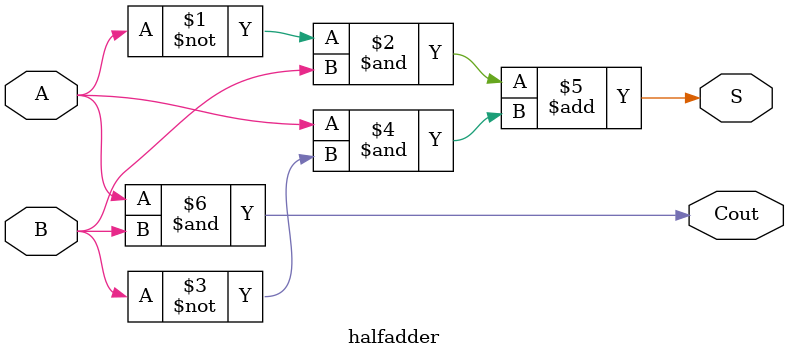
<source format=v>
`timescale 1ns / 1ps
module halfadder(
    input A,
    input B,
    output Cout,
    output S
    );

assign S=(~A & B)+(A & ~B);
assign Cout=(A & B);
endmodule

</source>
